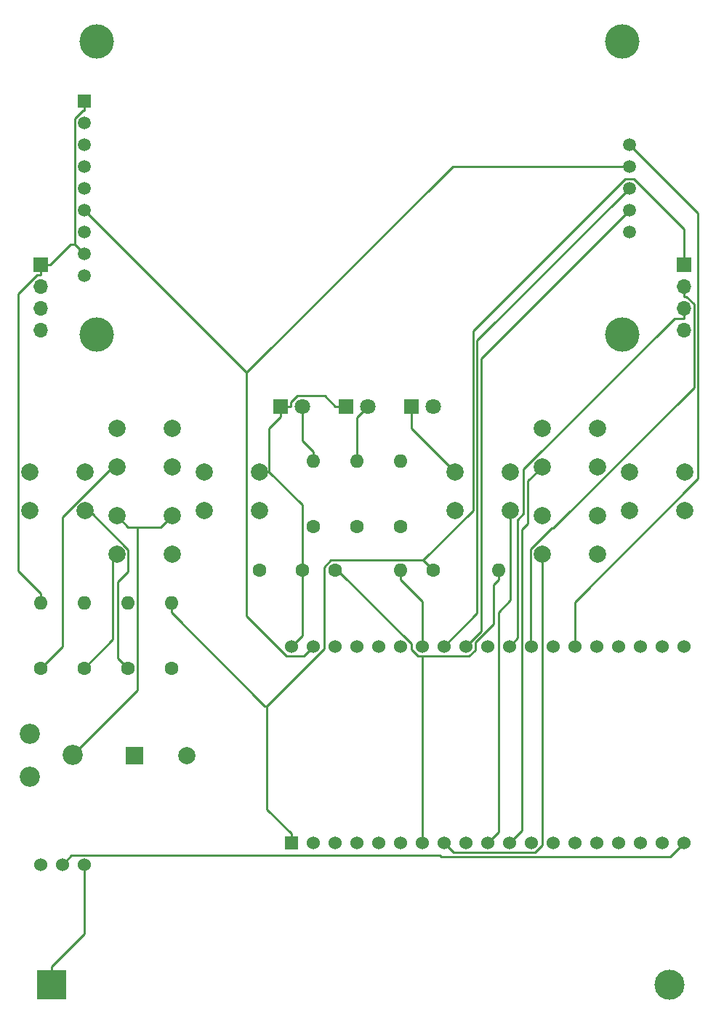
<source format=gbr>
G04 #@! TF.GenerationSoftware,KiCad,Pcbnew,5.1.4-e60b266~84~ubuntu19.04.1*
G04 #@! TF.CreationDate,2019-11-21T14:49:26-05:00*
G04 #@! TF.ProjectId,Esp32Badge-v1,45737033-3242-4616-9467-652d76312e6b,1*
G04 #@! TF.SameCoordinates,Original*
G04 #@! TF.FileFunction,Copper,L1,Top*
G04 #@! TF.FilePolarity,Positive*
%FSLAX46Y46*%
G04 Gerber Fmt 4.6, Leading zero omitted, Abs format (unit mm)*
G04 Created by KiCad (PCBNEW 5.1.4-e60b266~84~ubuntu19.04.1) date 2019-11-21 14:49:26*
%MOMM*%
%LPD*%
G04 APERTURE LIST*
%ADD10C,1.530000*%
%ADD11R,1.530000X1.530000*%
%ADD12R,3.500000X3.500000*%
%ADD13C,3.500000*%
%ADD14C,2.000000*%
%ADD15R,2.000000X2.000000*%
%ADD16O,1.700000X1.700000*%
%ADD17R,1.700000X1.700000*%
%ADD18C,1.600000*%
%ADD19C,1.800000*%
%ADD20R,1.800000X1.800000*%
%ADD21O,1.600000X1.600000*%
%ADD22C,2.340000*%
%ADD23C,1.524000*%
%ADD24C,4.000000*%
%ADD25C,1.500000*%
%ADD26R,1.500000X1.500000*%
%ADD27C,0.250000*%
G04 APERTURE END LIST*
D10*
X128270000Y-105410000D03*
X130810000Y-105410000D03*
X133350000Y-105410000D03*
X135890000Y-105410000D03*
X138430000Y-105410000D03*
X140970000Y-105410000D03*
X143510000Y-105410000D03*
X146050000Y-105410000D03*
X148590000Y-105410000D03*
X151130000Y-105410000D03*
X153670000Y-105410000D03*
X156210000Y-105410000D03*
X158750000Y-105410000D03*
X161290000Y-105410000D03*
X163830000Y-105410000D03*
X166370000Y-105410000D03*
X168910000Y-105410000D03*
X171450000Y-105410000D03*
X173990000Y-105410000D03*
X173990000Y-128270000D03*
X171450000Y-128270000D03*
X168910000Y-128270000D03*
X166370000Y-128270000D03*
X163830000Y-128270000D03*
X161290000Y-128270000D03*
X158750000Y-128270000D03*
X156210000Y-128270000D03*
X153670000Y-128270000D03*
X151130000Y-128270000D03*
X148590000Y-128270000D03*
X146050000Y-128270000D03*
X143510000Y-128270000D03*
X140970000Y-128270000D03*
X138430000Y-128270000D03*
X135890000Y-128270000D03*
X133350000Y-128270000D03*
X130810000Y-128270000D03*
D11*
X128270000Y-128270000D03*
D12*
X100330000Y-144780000D03*
D13*
X172330000Y-144780000D03*
D14*
X116078000Y-118110000D03*
D15*
X109982000Y-118110000D03*
D16*
X173990000Y-68580000D03*
X173990000Y-66040000D03*
X173990000Y-63500000D03*
D17*
X173990000Y-60960000D03*
D16*
X99060000Y-68580000D03*
X99060000Y-66040000D03*
X99060000Y-63500000D03*
D17*
X99060000Y-60960000D03*
D18*
X129540000Y-96520000D03*
X124540000Y-96520000D03*
D19*
X144780000Y-77470000D03*
D20*
X142240000Y-77470000D03*
D19*
X137160000Y-77470000D03*
D20*
X134620000Y-77470000D03*
D19*
X129540000Y-77470000D03*
D20*
X127000000Y-77470000D03*
D21*
X140970000Y-83820000D03*
D18*
X140970000Y-91440000D03*
D21*
X135890000Y-83820000D03*
D18*
X135890000Y-91440000D03*
D21*
X130810000Y-83820000D03*
D18*
X130810000Y-91440000D03*
D21*
X152400000Y-96520000D03*
D18*
X144780000Y-96520000D03*
D21*
X140970000Y-96520000D03*
D18*
X133350000Y-96520000D03*
D21*
X99060000Y-100330000D03*
D18*
X99060000Y-107950000D03*
D21*
X104140000Y-100330000D03*
D18*
X104140000Y-107950000D03*
D21*
X109220000Y-100330000D03*
D18*
X109220000Y-107950000D03*
D21*
X114300000Y-100330000D03*
D18*
X114300000Y-107950000D03*
D22*
X97790000Y-115570000D03*
X102790000Y-118070000D03*
X97790000Y-120570000D03*
D23*
X99060000Y-130810000D03*
X104140000Y-130810000D03*
X101600000Y-130810000D03*
D14*
X114450000Y-80010000D03*
X114450000Y-84510000D03*
X107950000Y-80010000D03*
X107950000Y-84510000D03*
X114450000Y-90170000D03*
X114450000Y-94670000D03*
X107950000Y-90170000D03*
X107950000Y-94670000D03*
X104290000Y-85090000D03*
X104290000Y-89590000D03*
X97790000Y-85090000D03*
X97790000Y-89590000D03*
X124610000Y-85090000D03*
X124610000Y-89590000D03*
X118110000Y-85090000D03*
X118110000Y-89590000D03*
X163980000Y-90170000D03*
X163980000Y-94670000D03*
X157480000Y-90170000D03*
X157480000Y-94670000D03*
X174140000Y-85090000D03*
X174140000Y-89590000D03*
X167640000Y-85090000D03*
X167640000Y-89590000D03*
X153820000Y-85090000D03*
X153820000Y-89590000D03*
X147320000Y-85090000D03*
X147320000Y-89590000D03*
X163980000Y-80010000D03*
X163980000Y-84510000D03*
X157480000Y-80010000D03*
X157480000Y-84510000D03*
D24*
X105640000Y-69120000D03*
X166840000Y-69120000D03*
X166840000Y-35020000D03*
X105640000Y-35020000D03*
D25*
X167660000Y-57150000D03*
X167660000Y-54610000D03*
X167660000Y-52070000D03*
X167660000Y-49530000D03*
X167660000Y-46990000D03*
X104140000Y-62230000D03*
X104140000Y-59690000D03*
X104140000Y-57150000D03*
X104140000Y-54610000D03*
X104140000Y-52070000D03*
X104140000Y-49530000D03*
X104140000Y-46990000D03*
X104140000Y-44450000D03*
D26*
X104140000Y-41910000D03*
D27*
X140970000Y-96520000D02*
X140970000Y-97645300D01*
X140970000Y-97645300D02*
X143510000Y-100185300D01*
X143510000Y-100185300D02*
X143510000Y-105410000D01*
X127000000Y-77470000D02*
X127000000Y-78695300D01*
X125692800Y-85090000D02*
X129540000Y-88937200D01*
X129540000Y-88937200D02*
X129540000Y-96520000D01*
X124610000Y-85090000D02*
X125692800Y-85090000D01*
X125692800Y-85090000D02*
X125692800Y-80002500D01*
X125692800Y-80002500D02*
X127000000Y-78695300D01*
X134620000Y-77470000D02*
X133394700Y-77470000D01*
X127000000Y-77470000D02*
X128225300Y-77470000D01*
X128225300Y-77470000D02*
X128225300Y-77010500D01*
X128225300Y-77010500D02*
X128991100Y-76244700D01*
X128991100Y-76244700D02*
X132169400Y-76244700D01*
X132169400Y-76244700D02*
X133394700Y-77470000D01*
X110373400Y-91515000D02*
X109295000Y-91515000D01*
X109295000Y-91515000D02*
X107950000Y-90170000D01*
X114450000Y-90170000D02*
X113105000Y-91515000D01*
X113105000Y-91515000D02*
X110373400Y-91515000D01*
X110373400Y-91515000D02*
X110373400Y-110486600D01*
X110373400Y-110486600D02*
X102790000Y-118070000D01*
X128270000Y-105410000D02*
X129540000Y-104140000D01*
X129540000Y-104140000D02*
X129540000Y-96520000D01*
X142240000Y-77470000D02*
X142240000Y-80010000D01*
X142240000Y-80010000D02*
X147320000Y-85090000D01*
X100330000Y-144780000D02*
X100330000Y-142704700D01*
X104140000Y-130810000D02*
X104140000Y-138894700D01*
X104140000Y-138894700D02*
X100330000Y-142704700D01*
X143510000Y-106543700D02*
X148998400Y-106543700D01*
X148998400Y-106543700D02*
X149700700Y-105841400D01*
X149700700Y-105841400D02*
X149700700Y-104936200D01*
X149700700Y-104936200D02*
X151830400Y-102806500D01*
X151830400Y-102806500D02*
X151830400Y-98214900D01*
X151830400Y-98214900D02*
X152400000Y-97645300D01*
X133350000Y-96520000D02*
X133640300Y-96520000D01*
X133640300Y-96520000D02*
X142240000Y-105119700D01*
X142240000Y-105119700D02*
X142240000Y-105723800D01*
X142240000Y-105723800D02*
X143059900Y-106543700D01*
X143059900Y-106543700D02*
X143510000Y-106543700D01*
X143510000Y-106543700D02*
X143510000Y-128270000D01*
X152400000Y-96520000D02*
X152400000Y-97645300D01*
X135890000Y-83820000D02*
X135890000Y-78740000D01*
X135890000Y-78740000D02*
X137160000Y-77470000D01*
X130810000Y-83820000D02*
X130810000Y-82694700D01*
X130810000Y-82694700D02*
X129540000Y-81424700D01*
X129540000Y-81424700D02*
X129540000Y-77470000D01*
X143652900Y-95392900D02*
X132872800Y-95392900D01*
X132872800Y-95392900D02*
X132080000Y-96185700D01*
X132080000Y-96185700D02*
X132080000Y-105713200D01*
X132080000Y-105713200D02*
X125446300Y-112346900D01*
X144780000Y-96520000D02*
X143652900Y-95392900D01*
X173990000Y-60960000D02*
X173990000Y-56830900D01*
X173990000Y-56830900D02*
X168148600Y-50989500D01*
X168148600Y-50989500D02*
X167165400Y-50989500D01*
X167165400Y-50989500D02*
X149473400Y-68681500D01*
X149473400Y-68681500D02*
X149473400Y-89572400D01*
X149473400Y-89572400D02*
X143652900Y-95392900D01*
X128270000Y-128270000D02*
X128270000Y-127179700D01*
X125446300Y-112346900D02*
X125191600Y-112346900D01*
X125191600Y-112346900D02*
X114300000Y-101455300D01*
X125446300Y-112346900D02*
X125446300Y-124356000D01*
X125446300Y-124356000D02*
X128270000Y-127179700D01*
X114300000Y-100330000D02*
X114300000Y-101455300D01*
X99060000Y-60960000D02*
X100235300Y-60960000D01*
X103064600Y-58614600D02*
X104140000Y-59690000D01*
X104140000Y-42985300D02*
X104005600Y-42985300D01*
X104005600Y-42985300D02*
X103064600Y-43926300D01*
X103064600Y-43926300D02*
X103064600Y-58614600D01*
X103064600Y-58614600D02*
X102580700Y-58614600D01*
X102580700Y-58614600D02*
X100235300Y-60960000D01*
X104140000Y-41910000D02*
X104140000Y-42985300D01*
X99060000Y-60960000D02*
X99060000Y-62135300D01*
X99060000Y-100330000D02*
X99060000Y-99204700D01*
X99060000Y-99204700D02*
X96463300Y-96608000D01*
X96463300Y-96608000D02*
X96463300Y-64364700D01*
X96463300Y-64364700D02*
X98692700Y-62135300D01*
X98692700Y-62135300D02*
X99060000Y-62135300D01*
X107950000Y-84510000D02*
X107453300Y-84510000D01*
X107453300Y-84510000D02*
X101600000Y-90363300D01*
X101600000Y-90363300D02*
X101600000Y-105410000D01*
X101600000Y-105410000D02*
X99060000Y-107950000D01*
X107950000Y-94670000D02*
X107499700Y-95120300D01*
X107499700Y-95120300D02*
X107499700Y-104590300D01*
X107499700Y-104590300D02*
X104140000Y-107950000D01*
X104290000Y-89590000D02*
X104744500Y-89590000D01*
X104744500Y-89590000D02*
X109283500Y-94129000D01*
X109283500Y-94129000D02*
X109283500Y-96674700D01*
X109283500Y-96674700D02*
X108073400Y-97884800D01*
X108073400Y-97884800D02*
X108073400Y-106803400D01*
X108073400Y-106803400D02*
X109220000Y-107950000D01*
X101600000Y-130810000D02*
X102688500Y-129721500D01*
X102688500Y-129721500D02*
X145574400Y-129721500D01*
X145574400Y-129721500D02*
X145713300Y-129860400D01*
X145713300Y-129860400D02*
X172399600Y-129860400D01*
X172399600Y-129860400D02*
X173990000Y-128270000D01*
X157480000Y-94670000D02*
X157480000Y-128555900D01*
X157480000Y-128555900D02*
X156644400Y-129391500D01*
X156644400Y-129391500D02*
X147171500Y-129391500D01*
X147171500Y-129391500D02*
X146050000Y-128270000D01*
X153820000Y-89590000D02*
X153820000Y-99991500D01*
X153820000Y-99991500D02*
X152400000Y-101411500D01*
X152400000Y-101411500D02*
X152400000Y-127000000D01*
X152400000Y-127000000D02*
X151130000Y-128270000D01*
X157480000Y-84510000D02*
X155827700Y-86162300D01*
X155827700Y-86162300D02*
X155827700Y-91086000D01*
X155827700Y-91086000D02*
X155119600Y-91794100D01*
X155119600Y-91794100D02*
X155119600Y-126820400D01*
X155119600Y-126820400D02*
X153670000Y-128270000D01*
X173990000Y-66040000D02*
X173990000Y-67215300D01*
X173990000Y-67215300D02*
X172888200Y-67215300D01*
X172888200Y-67215300D02*
X155322900Y-84780600D01*
X155322900Y-84780600D02*
X155322900Y-89961600D01*
X155322900Y-89961600D02*
X154629100Y-90655400D01*
X154629100Y-90655400D02*
X154629100Y-104450900D01*
X154629100Y-104450900D02*
X153670000Y-105410000D01*
X173990000Y-63500000D02*
X173990000Y-64675300D01*
X173990000Y-64675300D02*
X174299400Y-64675300D01*
X174299400Y-64675300D02*
X175183000Y-65558900D01*
X175183000Y-65558900D02*
X175183000Y-75243400D01*
X175183000Y-75243400D02*
X158806100Y-91620300D01*
X158806100Y-91620300D02*
X158640200Y-91620300D01*
X158640200Y-91620300D02*
X156146600Y-94113900D01*
X156146600Y-94113900D02*
X156146600Y-105346600D01*
X156146600Y-105346600D02*
X156210000Y-105410000D01*
X123071500Y-73541500D02*
X123071500Y-101836700D01*
X123071500Y-101836700D02*
X127745300Y-106510500D01*
X127745300Y-106510500D02*
X129709500Y-106510500D01*
X129709500Y-106510500D02*
X130810000Y-105410000D01*
X104140000Y-54610000D02*
X123071500Y-73541500D01*
X167660000Y-49530000D02*
X147083000Y-49530000D01*
X147083000Y-49530000D02*
X123071500Y-73541500D01*
X146050000Y-105410000D02*
X149923800Y-101536200D01*
X149923800Y-101536200D02*
X149923800Y-69806200D01*
X149923800Y-69806200D02*
X167660000Y-52070000D01*
X167660000Y-54610000D02*
X150374100Y-71895900D01*
X150374100Y-71895900D02*
X150374100Y-103625900D01*
X150374100Y-103625900D02*
X148590000Y-105410000D01*
X167660000Y-46990000D02*
X175633400Y-54963400D01*
X175633400Y-54963400D02*
X175633400Y-85895700D01*
X175633400Y-85895700D02*
X161290000Y-100239100D01*
X161290000Y-100239100D02*
X161290000Y-105410000D01*
M02*

</source>
